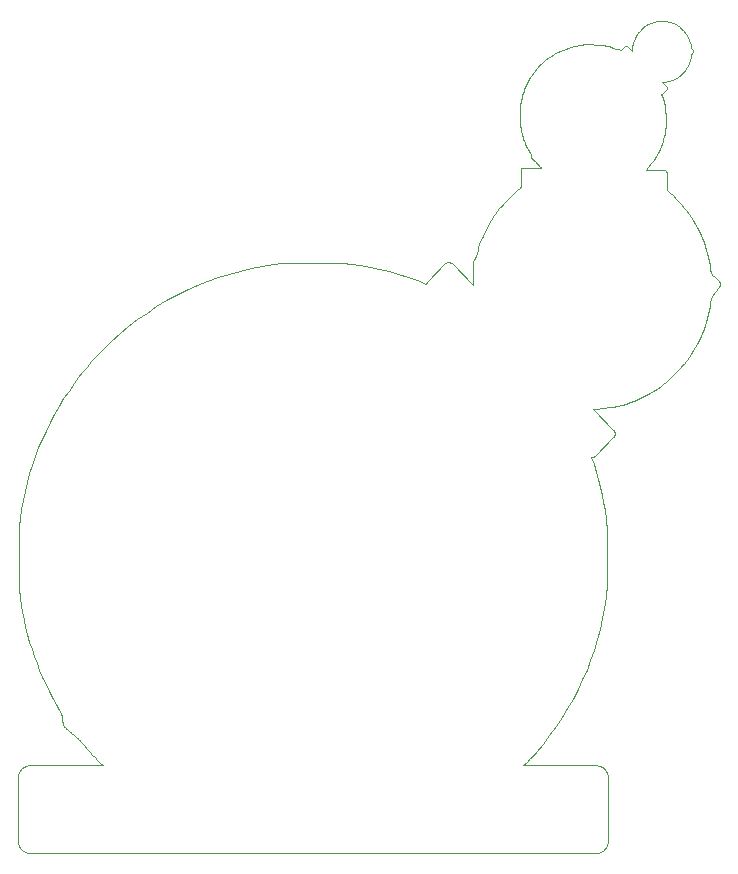
<source format=gbr>
%TF.GenerationSoftware,KiCad,Pcbnew,(6.0.9)*%
%TF.CreationDate,2023-05-26T18:18:51-07:00*%
%TF.ProjectId,DC31_Cnet_Badge_SAO,44433331-5f43-46e6-9574-5f4261646765,rev?*%
%TF.SameCoordinates,Original*%
%TF.FileFunction,Profile,NP*%
%FSLAX46Y46*%
G04 Gerber Fmt 4.6, Leading zero omitted, Abs format (unit mm)*
G04 Created by KiCad (PCBNEW (6.0.9)) date 2023-05-26 18:18:51*
%MOMM*%
%LPD*%
G01*
G04 APERTURE LIST*
%TA.AperFunction,Profile*%
%ADD10C,0.049645*%
%TD*%
G04 APERTURE END LIST*
D10*
X154586220Y-79525409D02*
X154554939Y-79524822D01*
X151462013Y-81628642D02*
X151457683Y-81631129D01*
X103652941Y-138098991D02*
X103670063Y-138138393D01*
X154897576Y-110105974D02*
X154936731Y-110071272D01*
X157958924Y-105943545D02*
X158079357Y-105632211D01*
X154715884Y-92142598D02*
X154703121Y-92142082D01*
X104194411Y-139525883D02*
X104263836Y-139588346D01*
X154493317Y-79524763D02*
X154493317Y-79524763D01*
X100142298Y-127849440D02*
X100165957Y-128091103D01*
X155945608Y-94818973D02*
X155745434Y-94612215D01*
X156364984Y-95259998D02*
X156251812Y-95139018D01*
X149776418Y-142968176D02*
X149746706Y-142930306D01*
X155372965Y-79675732D02*
X155281164Y-79643911D01*
X122700020Y-100041323D02*
X122385771Y-100054053D01*
X152077390Y-81524814D02*
X152075352Y-81528767D01*
X134579787Y-101749025D02*
X134575148Y-101757733D01*
X134570710Y-101766557D02*
X134566473Y-101775493D01*
X150560963Y-114508641D02*
X150562350Y-114488695D01*
X154856083Y-88625500D02*
X154862707Y-88564706D01*
X149667785Y-129235718D02*
X149803677Y-128337288D01*
X148642285Y-116467904D02*
X148666165Y-116465926D01*
X154776355Y-86644650D02*
X154742524Y-86488903D01*
X156849149Y-81118910D02*
X156816203Y-81041092D01*
X154777014Y-92154345D02*
X154765199Y-92150826D01*
X149896596Y-143177746D02*
X149876554Y-143133346D01*
X158734398Y-102968294D02*
X158734398Y-102968294D01*
X149854452Y-143090125D02*
X149830353Y-143048148D01*
X149594205Y-120292009D02*
X149462577Y-119643953D01*
X100354170Y-142824598D02*
X100318183Y-142858879D01*
X143412521Y-141965528D02*
X143542526Y-141827140D01*
X154085734Y-90934788D02*
X154194151Y-90739653D01*
X149834115Y-121842305D02*
X149803677Y-121596098D01*
X147864149Y-81533396D02*
X147834601Y-81536089D01*
X152030861Y-81768507D02*
X152030887Y-81784052D01*
X100554749Y-142683363D02*
X100512154Y-142707474D01*
X136663036Y-99999357D02*
X136645409Y-99990217D01*
X152089329Y-81488468D02*
X152089329Y-81488468D01*
X157133980Y-82233126D02*
X157133980Y-82233126D01*
X157062113Y-82334304D02*
X157071835Y-82318422D01*
X148901409Y-116353004D02*
X150444466Y-114763440D01*
X142830460Y-142565361D02*
X142830460Y-142565361D01*
X157179455Y-81997480D02*
X157170037Y-81987464D01*
X154805972Y-86801011D02*
X154776355Y-86644650D01*
X154728490Y-92143746D02*
X154715884Y-92142598D01*
X105384642Y-140586430D02*
X105522688Y-140746778D01*
X143988129Y-83523693D02*
X143894387Y-83632494D01*
X129828671Y-100365588D02*
X129014565Y-100219461D01*
X154846437Y-87078776D02*
X154839713Y-87018912D01*
X142271628Y-93861007D02*
X142227018Y-93902883D01*
X157688945Y-97310806D02*
X157537038Y-97007459D01*
X151541982Y-81622603D02*
X151537349Y-81621063D01*
X157218731Y-82101868D02*
X157218731Y-82101868D01*
X134605901Y-101707352D02*
X134600297Y-101715427D01*
X159334397Y-102116544D02*
X159354055Y-102087025D01*
X154810974Y-92168157D02*
X154799917Y-92163026D01*
X154474565Y-90133695D02*
X154552799Y-89925523D01*
X104559825Y-139835383D02*
X104633546Y-139892010D01*
X154631056Y-84703472D02*
X154668068Y-84702072D01*
X159465583Y-101830383D02*
X159471004Y-101805013D01*
X152029890Y-81748728D02*
X152030336Y-81754866D01*
X155640505Y-79792462D02*
X155552792Y-79750065D01*
X157104465Y-82271270D02*
X157118121Y-82253343D01*
X157023844Y-96129523D02*
X156833943Y-95848383D01*
X142557488Y-93623224D02*
X142532023Y-93641757D01*
X142607063Y-93581002D02*
X142608253Y-93585921D01*
X100101069Y-143184155D02*
X100083476Y-143229787D01*
X152019832Y-81970378D02*
X152018227Y-82032430D01*
X134558617Y-101793689D02*
X134558617Y-101793689D01*
X132230320Y-100962984D02*
X131437137Y-100737598D01*
X157096377Y-81914650D02*
X157084888Y-81903948D01*
X154547058Y-84704810D02*
X154590157Y-84704379D01*
X158646034Y-103361552D02*
X158656338Y-103289897D01*
X159475379Y-101758733D02*
X159475006Y-101747778D01*
X152529095Y-80546925D02*
X152529095Y-80546925D01*
X159474006Y-101736960D02*
X159472359Y-101726227D01*
X142567824Y-86586448D02*
X142542622Y-86774451D01*
X153181252Y-92119344D02*
X153181252Y-92119344D01*
X138535882Y-99912442D02*
X138532821Y-99928955D01*
X148797554Y-132755104D02*
X149063374Y-131888035D01*
X152937640Y-80114513D02*
X152925531Y-80126153D01*
X157032177Y-81854855D02*
X157021843Y-81776306D01*
X154591197Y-85703344D02*
X154595840Y-85699547D01*
X138753844Y-99595661D02*
X138744756Y-99611741D01*
X152022726Y-81695948D02*
X152025029Y-81715273D01*
X153985509Y-79586287D02*
X153909316Y-79605125D01*
X152075352Y-81528767D02*
X152073104Y-81532768D01*
X142227018Y-93902883D02*
X142178198Y-93949785D01*
X157052156Y-82351454D02*
X157062113Y-82334304D01*
X100598340Y-149878657D02*
X100643002Y-149898466D01*
X158079357Y-105632211D02*
X158190198Y-105316932D01*
X142604981Y-93571109D02*
X142605972Y-93576064D01*
X150244144Y-81742421D02*
X150035355Y-81685925D01*
X138570571Y-100481608D02*
X138572232Y-100506197D01*
X152070617Y-81536872D02*
X152067866Y-81541132D01*
X157084888Y-81903948D02*
X157084888Y-81903948D01*
X142581379Y-92209261D02*
X142601536Y-93546130D01*
X154226759Y-79543076D02*
X154183276Y-79549012D01*
X105673038Y-140926701D02*
X105812685Y-141092128D01*
X157199455Y-82144623D02*
X157203223Y-82138169D01*
X100554672Y-149856678D02*
X100598340Y-149878657D01*
X153518003Y-111060090D02*
X153834874Y-110871191D01*
X139291165Y-97949425D02*
X139193471Y-98196397D01*
X149975243Y-143567883D02*
X149973940Y-143516307D01*
X158700441Y-103064177D02*
X158711805Y-103024662D01*
X143523482Y-84127292D02*
X143419663Y-84287707D01*
X148689834Y-116462505D02*
X148713229Y-116457659D01*
X144006156Y-91618177D02*
X144046190Y-91663669D01*
X149954910Y-143365892D02*
X149943735Y-143317400D01*
X149896874Y-126878821D02*
X149901916Y-126382483D01*
X155012666Y-85232408D02*
X155012791Y-85227259D01*
X159382755Y-101569822D02*
X159356102Y-101538665D01*
X136393320Y-99958330D02*
X136373998Y-99962818D01*
X153007099Y-80054447D02*
X153007099Y-80054447D01*
X151559799Y-81631129D02*
X151555470Y-81628642D01*
X154832218Y-92179919D02*
X154821746Y-92173793D01*
X143632481Y-83969971D02*
X143523482Y-84127292D01*
X148713229Y-116457659D02*
X148736291Y-116451407D01*
X149876515Y-149406787D02*
X149896561Y-149362384D01*
X100101036Y-149355859D02*
X100120826Y-149400576D01*
X142527448Y-87413221D02*
X142530220Y-87607992D01*
X100976640Y-142566579D02*
X100927323Y-142570239D01*
X143515350Y-91134241D02*
X143517249Y-91137705D01*
X152022336Y-81914385D02*
X152020970Y-81941449D01*
X151513561Y-81616919D02*
X151508741Y-81616800D01*
X152083968Y-81508409D02*
X152082505Y-81512707D01*
X125003124Y-100024805D02*
X123587808Y-100027834D01*
X151484820Y-81619761D02*
X151480133Y-81621063D01*
X101026206Y-149974728D02*
X148974274Y-149974728D01*
X142660192Y-92026497D02*
X142651402Y-92034850D01*
X142594631Y-92125795D02*
X142591001Y-92137239D01*
X150458797Y-114189852D02*
X150444466Y-114174329D01*
X150045926Y-112264446D02*
X150412875Y-112201995D01*
X155012791Y-85227259D02*
X155012666Y-85222110D01*
X149493377Y-142710611D02*
X149451463Y-142686466D01*
X155010831Y-85206907D02*
X155009743Y-85201950D01*
X142532023Y-93641757D02*
X142519422Y-93651205D01*
X143429909Y-90816065D02*
X143429909Y-90816065D01*
X100166872Y-149486944D02*
X100193060Y-149528431D01*
X158474158Y-99559311D02*
X158392460Y-99226382D01*
X143553666Y-91180541D02*
X143567549Y-91194431D01*
X142567429Y-88442049D02*
X142592246Y-88595868D01*
X141920769Y-94207086D02*
X141740739Y-94391160D01*
X155012296Y-85216996D02*
X155011683Y-85211925D01*
X142692857Y-89060926D02*
X142734713Y-89216042D01*
X154873631Y-88264935D02*
X154873007Y-88142143D01*
X154916946Y-92264648D02*
X154910345Y-92254492D01*
X154537041Y-85723737D02*
X154542872Y-85723203D01*
X156568057Y-80600829D02*
X156518513Y-80532454D01*
X152088008Y-81493974D02*
X152086693Y-81499096D01*
X100196370Y-128337288D02*
X100196370Y-128337288D01*
X150555415Y-114389169D02*
X150551255Y-114369563D01*
X149975243Y-148972206D02*
X149975243Y-143567883D01*
X107045881Y-107487466D02*
X106629570Y-107924737D01*
X142063917Y-94062553D02*
X141920769Y-94207086D01*
X159110554Y-101281383D02*
X159058583Y-101230230D01*
X139744058Y-96980764D02*
X139622012Y-97218987D01*
X156050842Y-80054447D02*
X156050842Y-80054447D01*
X154983208Y-85153878D02*
X154547058Y-84704810D01*
X149776365Y-149571962D02*
X149804272Y-149532660D01*
X142727981Y-85845915D02*
X142679156Y-86029027D01*
X149573156Y-149775487D02*
X149610968Y-149745725D01*
X157963440Y-97932105D02*
X157831111Y-97619101D01*
X159209369Y-101380955D02*
X159161335Y-101332140D01*
X100142298Y-122084027D02*
X100124562Y-122348527D01*
X145957986Y-82056783D02*
X145745540Y-82159848D01*
X105971651Y-141273712D02*
X106147467Y-141469004D01*
X144090442Y-91712604D02*
X144138296Y-91764373D01*
X136472618Y-99950245D02*
X136472618Y-99950245D01*
X138734713Y-99628236D02*
X138723606Y-99645364D01*
X154713741Y-79531444D02*
X154617855Y-79526314D01*
X138530556Y-99950291D02*
X138529063Y-99975903D01*
X159449085Y-101887740D02*
X159449085Y-101887740D01*
X148037376Y-81525675D02*
X147996510Y-81526496D01*
X150525366Y-114293374D02*
X150516583Y-114275069D01*
X154856083Y-88625500D02*
X154856083Y-88625500D01*
X148823972Y-116412710D02*
X148844445Y-116399707D01*
X153411609Y-91877469D02*
X153435497Y-91850110D01*
X142525076Y-87135019D02*
X142525698Y-87257810D01*
X149904964Y-124966951D02*
X149904964Y-124966951D01*
X103612910Y-138018370D02*
X103633949Y-138059170D01*
X159161335Y-101332140D02*
X159110554Y-101281383D01*
X154967091Y-93795460D02*
X154968514Y-93789702D01*
X100068118Y-143276251D02*
X100055029Y-143323463D01*
X144189133Y-91818365D02*
X144242336Y-91873969D01*
X157225258Y-82069886D02*
X157225167Y-82067176D01*
X154884128Y-84679237D02*
X154975299Y-84663770D01*
X150555415Y-114548278D02*
X150558651Y-114528514D01*
X149824724Y-81636660D02*
X149612401Y-81594745D01*
X143492950Y-91002100D02*
X143492950Y-91002100D01*
X155009743Y-85252567D02*
X155010831Y-85247610D01*
X136317772Y-99981979D02*
X136299721Y-99990217D01*
X158856858Y-102758450D02*
X158897128Y-102696838D01*
X152089329Y-81488468D02*
X152088008Y-81493974D01*
X143716870Y-83855285D02*
X143632481Y-83969971D01*
X149963698Y-149124860D02*
X149970067Y-149074695D01*
X152023542Y-81602400D02*
X152022148Y-81604740D01*
X158689136Y-103110796D02*
X158700441Y-103064177D01*
X100083447Y-149310230D02*
X100101036Y-149355859D01*
X100035780Y-149120240D02*
X100044225Y-149168694D01*
X100055008Y-149216565D02*
X100068093Y-149263771D01*
X154998460Y-85280555D02*
X155000889Y-85276142D01*
X145537543Y-82270976D02*
X145334362Y-82390000D01*
X159253095Y-101426283D02*
X159209369Y-101380955D01*
X142506966Y-93660852D02*
X142427996Y-93724316D01*
X152184287Y-81181065D02*
X152161714Y-81242639D01*
X143709483Y-91316654D02*
X143727433Y-91329980D01*
X138872237Y-99187629D02*
X138810551Y-99433626D01*
X153469599Y-79766613D02*
X153399779Y-79801360D01*
X148974361Y-142565357D02*
X142830460Y-142565361D01*
X156994154Y-81606989D02*
X156976378Y-81523423D01*
X143744617Y-91342131D02*
X143744617Y-91342131D01*
X147002437Y-136926047D02*
X147422367Y-136116491D01*
X100193108Y-143011581D02*
X100166917Y-143053067D01*
X104766634Y-110191626D02*
X104766634Y-110191626D01*
X148758957Y-116443767D02*
X148781167Y-116434759D01*
X150035355Y-81685925D02*
X149824724Y-81636660D01*
X100782127Y-149944531D02*
X100829941Y-149955319D01*
X148844445Y-116399707D02*
X148864216Y-116385409D01*
X136336191Y-99974657D02*
X136317772Y-99981979D01*
X107192842Y-142565361D02*
X101026294Y-142565361D01*
X142601536Y-93546130D02*
X142601536Y-93546130D01*
X154139847Y-79555771D02*
X154139847Y-79555771D01*
X156782763Y-83261288D02*
X156817295Y-83186148D01*
X157537038Y-97007459D02*
X157375488Y-96709302D01*
X157216726Y-82042728D02*
X157214849Y-82039757D01*
X151449328Y-81636813D02*
X151445320Y-81640011D01*
X156089305Y-80086083D02*
X156070465Y-80070192D01*
X151057865Y-82038305D02*
X151057865Y-82038305D01*
X150450940Y-81806026D02*
X150244144Y-81742421D01*
X154525276Y-85723747D02*
X154531171Y-85723920D01*
X147422367Y-136116491D02*
X147812212Y-135293805D01*
X158697708Y-100894002D02*
X158697708Y-100894002D01*
X147773827Y-81542728D02*
X147538958Y-81575233D01*
X144577108Y-82941692D02*
X144403492Y-83097673D01*
X150546169Y-114350144D02*
X150540160Y-114330948D01*
X156050842Y-84175126D02*
X156070448Y-84159374D01*
X103480197Y-112155580D02*
X103093486Y-112832963D01*
X154554358Y-85721100D02*
X154559984Y-85719540D01*
X143727433Y-91329980D02*
X143744617Y-91342131D01*
X143514141Y-91131290D02*
X143514141Y-91131290D01*
X157224511Y-82061847D02*
X157223937Y-82059200D01*
X154957886Y-93823633D02*
X154957886Y-93823633D01*
X100193060Y-149528431D02*
X100221313Y-149568676D01*
X155154944Y-84622992D02*
X155243250Y-84597746D01*
X149612401Y-81594745D02*
X149398537Y-81560299D01*
X149973940Y-143516307D02*
X149970076Y-143465408D01*
X103800635Y-138808910D02*
X103822812Y-138966207D01*
X150516583Y-114275069D02*
X150506875Y-114257136D01*
X100792746Y-118573970D02*
X100607930Y-119322752D01*
X157221169Y-82051173D02*
X157219881Y-82048422D01*
X156472587Y-108493613D02*
X156543001Y-108410592D01*
X145565830Y-139267794D02*
X146073799Y-138502512D01*
X143480918Y-90931739D02*
X143483515Y-90943815D01*
X155733547Y-109272303D02*
X156136752Y-108855066D01*
X100287285Y-128957739D02*
X100396084Y-129581249D01*
X158382548Y-104675906D02*
X158463780Y-104350842D01*
X102728233Y-113520703D02*
X102384680Y-114218193D01*
X140862905Y-95304979D02*
X140776756Y-95401221D01*
X157035911Y-82384580D02*
X157038698Y-82376617D01*
X151491463Y-111935753D02*
X151842444Y-111821148D01*
X143804070Y-83742909D02*
X143716870Y-83855285D01*
X144242336Y-91873969D02*
X144297286Y-91930574D01*
X156954538Y-82794866D02*
X156974663Y-82714090D01*
X156160758Y-84075434D02*
X156196281Y-84039552D01*
X139193471Y-98196397D02*
X139102484Y-98444232D01*
X152026371Y-81724366D02*
X152027832Y-81732899D01*
X158656368Y-100576709D02*
X158656368Y-100576709D01*
X104773869Y-139992908D02*
X104812701Y-140020496D01*
X149830353Y-143048148D02*
X149804321Y-143007477D01*
X100283936Y-142894904D02*
X100251652Y-142932417D01*
X148691086Y-112367204D02*
X148864267Y-112365504D01*
X151466431Y-81626392D02*
X151462013Y-81628642D01*
X149224429Y-149943119D02*
X149271928Y-149929603D01*
X145136362Y-82516752D02*
X144943909Y-82651063D01*
X103842123Y-139087017D02*
X103849931Y-139128382D01*
X151551051Y-81626392D02*
X151546552Y-81624379D01*
X143131802Y-90269153D02*
X143201956Y-90410948D01*
X138666374Y-99724565D02*
X138666374Y-99724565D01*
X155733547Y-109272303D02*
X155733547Y-109272303D01*
X142567429Y-88442049D02*
X142567429Y-88442049D01*
X136231848Y-100032048D02*
X136216129Y-100044654D01*
X155006874Y-85262265D02*
X155008423Y-85257455D01*
X144138296Y-91764373D02*
X144189133Y-91818365D01*
X100026035Y-149021914D02*
X100029705Y-149071286D01*
X154388654Y-90338907D02*
X154474565Y-90133695D01*
X138794389Y-99495679D02*
X138788754Y-99513849D01*
X156745949Y-83335191D02*
X156782763Y-83261288D01*
X157092523Y-82287617D02*
X157104465Y-82271270D01*
X152660948Y-80396836D02*
X152626072Y-80433481D01*
X136758480Y-100072347D02*
X136758480Y-100072347D01*
X149462577Y-119643953D02*
X149313367Y-118999139D01*
X148545876Y-116461012D02*
X148569989Y-116464993D01*
X155078925Y-93936847D02*
X155015158Y-93876267D01*
X136354944Y-99968265D02*
X136336191Y-99974657D01*
X157223937Y-82059200D02*
X157223192Y-82056548D01*
X154600285Y-85695448D02*
X154983208Y-85300639D01*
X149224514Y-142596988D02*
X149176088Y-142585782D01*
X150562812Y-114468713D02*
X150562350Y-114448732D01*
X157009317Y-81691304D02*
X156994154Y-81606989D01*
X138554936Y-99877385D02*
X138545369Y-99891879D01*
X142542622Y-86774451D02*
X142536003Y-86835248D01*
X139505682Y-97460191D02*
X139395318Y-97703847D01*
X154493317Y-79524763D02*
X154447813Y-79525752D01*
X154942520Y-92319852D02*
X154938448Y-92308274D01*
X149363971Y-142644237D02*
X149318518Y-142626278D01*
X149715250Y-142893932D02*
X149682110Y-142859116D01*
X157007316Y-82550699D02*
X157019775Y-82468254D01*
X154402849Y-79527566D02*
X154358342Y-79530207D01*
X157121593Y-81938806D02*
X157108743Y-81926396D01*
X156974663Y-82714090D02*
X156992267Y-82632672D01*
X150560963Y-114428790D02*
X150558651Y-114408923D01*
X100309498Y-120834421D02*
X100196370Y-121596098D01*
X142313029Y-93823184D02*
X142271628Y-93861007D01*
X103868230Y-139179947D02*
X103890919Y-139213384D01*
X148545876Y-116461012D02*
X148545876Y-116461012D01*
X159290955Y-101466577D02*
X159290955Y-101466577D01*
X145745540Y-82159848D02*
X145537543Y-82270976D01*
X143871742Y-141462070D02*
X144464432Y-140748387D01*
X154868484Y-87791960D02*
X154868484Y-87791960D01*
X152061459Y-81550338D02*
X152053669Y-81560816D01*
X152028636Y-81737757D02*
X152029323Y-81743030D01*
X153969990Y-91126166D02*
X154085734Y-90934788D01*
X100024805Y-143567879D02*
X100024805Y-143567879D01*
X153194600Y-111236935D02*
X153518003Y-111060090D01*
X149028297Y-112362064D02*
X149176684Y-112356673D01*
X159325556Y-101504393D02*
X159290955Y-101466577D01*
X157214849Y-82039757D02*
X157212766Y-82036686D01*
X105142544Y-140321420D02*
X105199048Y-140380948D01*
X156849512Y-83109855D02*
X156879379Y-83032496D01*
X138941619Y-98940378D02*
X138872237Y-99187629D01*
X154974799Y-93742591D02*
X154974941Y-93736609D01*
X154963826Y-93806860D02*
X154965528Y-93801180D01*
X154975299Y-84663770D02*
X155065599Y-84645011D01*
X149975243Y-143567883D02*
X149975243Y-143567883D01*
X142591001Y-92137239D02*
X142587936Y-92148877D01*
X100196370Y-121596098D02*
X100196370Y-121596098D01*
X155825310Y-84333471D02*
X155902304Y-84283606D01*
X140582535Y-95643677D02*
X140582535Y-95643677D01*
X150496242Y-114698008D02*
X150506875Y-114680452D01*
X100103531Y-123054919D02*
X100098571Y-123551340D01*
X152025764Y-81867256D02*
X152023933Y-81889537D01*
X148691086Y-112367204D02*
X148691086Y-112367204D01*
X148781167Y-116434759D02*
X148802859Y-116424400D01*
X147305611Y-81617145D02*
X147074152Y-81668298D01*
X152025029Y-81715273D02*
X152026371Y-81724366D01*
X150496242Y-114239610D02*
X150484685Y-114222530D01*
X155015158Y-93876267D02*
X154957886Y-93823633D01*
X154974937Y-93730615D02*
X154974937Y-93730615D01*
X143599349Y-91224473D02*
X143616778Y-91240179D01*
X157203223Y-82138169D02*
X157206539Y-82132005D01*
X155065599Y-84645011D02*
X155154944Y-84622992D01*
X136728852Y-100044654D02*
X136713168Y-100032048D01*
X142599020Y-86399443D02*
X142567824Y-86586448D01*
X156933083Y-81358773D02*
X156907613Y-81277810D01*
X151576046Y-81643445D02*
X151572163Y-81640011D01*
X102639747Y-136260211D02*
X102926741Y-136816373D01*
X154542872Y-85723203D02*
X154548649Y-85722322D01*
X143871742Y-141462070D02*
X143871742Y-141462070D01*
X156431867Y-83796254D02*
X156459092Y-83767088D01*
X155973058Y-79995575D02*
X155892977Y-79939883D01*
X151503921Y-81616919D02*
X151499110Y-81617274D01*
X149126797Y-142576953D02*
X149076704Y-142570564D01*
X149857834Y-122084027D02*
X149834115Y-121842305D01*
X159043611Y-102496736D02*
X159107502Y-102415356D01*
X100098571Y-126382483D02*
X100111917Y-127270576D01*
X136713168Y-100032048D02*
X136696948Y-100020287D01*
X154992969Y-85165507D02*
X154989916Y-85161481D01*
X153197456Y-79918503D02*
X153132594Y-79961763D01*
X152320930Y-80879064D02*
X152290636Y-80938244D01*
X136532349Y-99954814D02*
X136512598Y-99952285D01*
X157225167Y-82067176D02*
X157224919Y-82064501D01*
X157170037Y-81987464D02*
X157159152Y-81976208D01*
X157212766Y-82036686D02*
X157207959Y-82030188D01*
X138565707Y-100437596D02*
X138568396Y-100458759D01*
X100446766Y-120076437D02*
X100309498Y-120834421D01*
X151489550Y-81618695D02*
X151484820Y-81619761D01*
X139102484Y-98444232D02*
X139018451Y-98692402D01*
X147834601Y-81536089D02*
X147773827Y-81542728D01*
X154983208Y-85300639D02*
X154986661Y-85296915D01*
X140004311Y-96515380D02*
X139871573Y-96746052D01*
X151480133Y-81621063D02*
X151475501Y-81622603D01*
X142801299Y-91965668D02*
X142789202Y-91966987D01*
X156858991Y-107983708D02*
X157042677Y-107709561D01*
X154358342Y-79530207D02*
X154314211Y-79533672D01*
X149803677Y-128337288D02*
X149834116Y-128091103D01*
X143531147Y-91156132D02*
X143541450Y-91167700D01*
X153847007Y-91313586D02*
X153969990Y-91126166D01*
X152987493Y-80070202D02*
X152978117Y-80078018D01*
X119739338Y-100455286D02*
X118801704Y-100676133D01*
X107932333Y-106617684D02*
X107479714Y-107052254D01*
X142651402Y-92034850D02*
X142651402Y-92034850D01*
X100976553Y-149973505D02*
X101026206Y-149974728D01*
X154548649Y-85722322D02*
X154554358Y-85721100D01*
X142602023Y-93551148D02*
X142602611Y-93556156D01*
X152079243Y-81520855D02*
X152077390Y-81524814D01*
X157375488Y-96709302D02*
X157204392Y-96416577D01*
X142679156Y-86029027D02*
X142636150Y-86213586D01*
X143522999Y-91146060D02*
X143531147Y-91156132D01*
X149707991Y-120942869D02*
X149594205Y-120292009D01*
X136216129Y-100044654D02*
X136200977Y-100058092D01*
X154978088Y-110033492D02*
X155022651Y-109991662D01*
X100825127Y-131456792D02*
X101000799Y-132079197D01*
X152018227Y-82032430D02*
X152017498Y-82097734D01*
X154995819Y-85284847D02*
X154998460Y-85280555D01*
X157195168Y-82151474D02*
X157199455Y-82144623D01*
X142519422Y-93651205D02*
X142506966Y-93660852D01*
X154910345Y-92254492D02*
X154903287Y-92244668D01*
X154559984Y-85719540D02*
X154565513Y-85717647D01*
X159312099Y-102148505D02*
X159334397Y-102116544D01*
X103633949Y-138059170D02*
X103652941Y-138098991D01*
X156706887Y-83407772D02*
X156745949Y-83335191D01*
X138666374Y-99724565D02*
X138622412Y-99783198D01*
X104773869Y-139992908D02*
X104773869Y-139992908D01*
X149146833Y-118358001D02*
X148963233Y-117720977D01*
X154740921Y-92145511D02*
X154728490Y-92143746D01*
X100029714Y-143468770D02*
X100026040Y-143518155D01*
X149804272Y-149532660D02*
X149830307Y-149491988D01*
X142777238Y-91968896D02*
X142765427Y-91971386D01*
X142830179Y-89524427D02*
X142883550Y-89677034D01*
X152053669Y-81560816D02*
X152053669Y-81560816D01*
X152017498Y-82097734D02*
X151579796Y-81647116D01*
X154821746Y-92173793D02*
X154810974Y-92168157D01*
X142582216Y-92184749D02*
X142581494Y-92196959D01*
X151445320Y-81640011D02*
X151441436Y-81643445D01*
X157829038Y-106250592D02*
X157958924Y-105943545D01*
X152104616Y-81427344D02*
X152089329Y-81488468D01*
X157206539Y-82132005D02*
X157209472Y-82126027D01*
X138528296Y-100037774D02*
X138530326Y-100110199D01*
X106629570Y-107924737D02*
X106229519Y-108365485D01*
X159386541Y-102033610D02*
X159399917Y-102008864D01*
X148037376Y-81525675D02*
X148037376Y-81525675D01*
X102926741Y-136816373D02*
X103225548Y-137358250D01*
X138532898Y-101255980D02*
X138528291Y-101372610D01*
X155451624Y-94310417D02*
X155236479Y-94092201D01*
X154447668Y-110457757D02*
X154742912Y-110233484D01*
X149352550Y-81554626D02*
X149297821Y-81549729D01*
X155005100Y-85266988D02*
X155006874Y-85262265D01*
X157084888Y-81903948D02*
X157032177Y-81854855D01*
X158534864Y-104023201D02*
X158595662Y-103693323D01*
X100166917Y-143053067D02*
X100142823Y-143095712D01*
X159458222Y-101857815D02*
X159465583Y-101830383D01*
X157218731Y-82101868D02*
X157220997Y-82094437D01*
X100318121Y-149681141D02*
X100318121Y-149681141D01*
X138572232Y-100506197D02*
X138573378Y-100532582D01*
X154062373Y-79569827D02*
X153985509Y-79586287D01*
X133015353Y-101214294D02*
X132230320Y-100962984D01*
X156050842Y-84175126D02*
X156050842Y-84175126D01*
X154862707Y-88564706D02*
X154867667Y-88504993D01*
X154933839Y-92296948D02*
X154928708Y-92285892D01*
X155508645Y-109503670D02*
X155733547Y-109272303D01*
X143773610Y-141574016D02*
X143871742Y-141462070D01*
X106337663Y-141675555D02*
X106539769Y-141890916D01*
X134562442Y-101784538D02*
X134558617Y-101793689D01*
X142352222Y-93788442D02*
X142313029Y-93823184D01*
X149914484Y-149316863D02*
X149930223Y-149270287D01*
X109379601Y-105363437D02*
X108642769Y-105976507D01*
X154493317Y-79524763D02*
X154493317Y-79524763D01*
X136186424Y-100072347D02*
X136186424Y-100072347D01*
X100083476Y-143229787D02*
X100068118Y-143276251D01*
X152455089Y-80652393D02*
X152419725Y-80707291D01*
X157071835Y-82318422D02*
X157081809Y-82303097D01*
X153355206Y-91939285D02*
X153384721Y-91907308D01*
X134584624Y-101740437D02*
X134579787Y-101749025D01*
X156136752Y-108855066D02*
X156277011Y-108707589D01*
X154662597Y-86179586D02*
X154616691Y-86026185D01*
X151135982Y-112037517D02*
X151491463Y-111935753D01*
X149063374Y-131888035D02*
X149297265Y-131011905D01*
X101763654Y-115640001D02*
X101486668Y-116363108D01*
X149896561Y-149362384D02*
X149914484Y-149316863D01*
X104812701Y-140020496D02*
X104853423Y-140051744D01*
X149803677Y-121596098D02*
X149803677Y-121596098D01*
X143488332Y-90970684D02*
X143492950Y-91002100D01*
X149313367Y-118999139D02*
X149146833Y-118358001D01*
X154617855Y-79526314D02*
X154617855Y-79526314D01*
X152025764Y-81867256D02*
X152025764Y-81867256D01*
X138583876Y-99836078D02*
X138554936Y-99877385D01*
X154519371Y-85723215D02*
X154525276Y-85723747D01*
X138551240Y-100347109D02*
X138556632Y-100383724D01*
X111733599Y-103699903D02*
X110926502Y-104224430D01*
X142592246Y-88595868D02*
X142621503Y-88750508D01*
X154965528Y-93801180D02*
X154967091Y-93795460D01*
X149901916Y-126382483D02*
X149904339Y-125754285D01*
X156931926Y-82874916D02*
X156954538Y-82794866D01*
X154873021Y-88361847D02*
X154873631Y-88264935D01*
X155584423Y-84465163D02*
X155666285Y-84424282D01*
X149149423Y-81541774D02*
X149049399Y-81538472D01*
X158711805Y-103024662D02*
X158723149Y-102992589D01*
X102384680Y-114218193D02*
X102063073Y-114924828D01*
X152021184Y-81607506D02*
X152020424Y-81611601D01*
X152082505Y-81512707D02*
X152080939Y-81516838D01*
X149176684Y-112356673D02*
X149242981Y-112353179D01*
X154986661Y-85157602D02*
X154983208Y-85153878D01*
X143057351Y-84957297D02*
X142980304Y-85130929D01*
X103723462Y-138302979D02*
X103733938Y-138348665D01*
X142530220Y-87607992D02*
X142536178Y-87958161D01*
X143810666Y-91398199D02*
X143823638Y-91411023D01*
X156743005Y-80889022D02*
X156702800Y-80814891D01*
X152020970Y-81941449D02*
X152019832Y-81970378D01*
X150562350Y-114448732D02*
X150560963Y-114428790D01*
X156498063Y-83722701D02*
X156513546Y-83703358D01*
X100142782Y-149444298D02*
X100166872Y-149486944D01*
X154139847Y-79555771D02*
X154062373Y-79569827D01*
X155463560Y-79711136D02*
X155372965Y-79675732D01*
X106229519Y-108365485D02*
X105844462Y-108811130D01*
X149498858Y-130127528D02*
X149667785Y-129235718D01*
X138560629Y-100859915D02*
X138552170Y-100957048D01*
X136571205Y-99962818D02*
X136551895Y-99958330D01*
X138574012Y-100560817D02*
X138573739Y-100623058D01*
X142595691Y-93595426D02*
X142583013Y-93604771D01*
X150655592Y-81876622D02*
X150450940Y-81806026D01*
X102063073Y-114924828D02*
X101763654Y-115640001D01*
X151475501Y-81622603D02*
X151470930Y-81624379D01*
X157041477Y-82370584D02*
X157041477Y-82370584D01*
X156879627Y-81197836D02*
X156849149Y-81118910D01*
X155071424Y-109944808D02*
X155185610Y-109832135D01*
X154581374Y-85710015D02*
X154586370Y-85706835D01*
X152017498Y-82097734D02*
X152017498Y-82097734D01*
X100044242Y-143371341D02*
X100035793Y-143419805D01*
X156388808Y-80388001D02*
X156347125Y-80344624D01*
X154595840Y-85699547D02*
X154600285Y-85695448D01*
X134623825Y-101683968D02*
X134617668Y-101691620D01*
X140706343Y-95484244D02*
X140644119Y-95562308D01*
X136373998Y-99962818D02*
X136354944Y-99968265D01*
X142608832Y-92092827D02*
X142603554Y-92103569D01*
X149297821Y-81549729D02*
X149231171Y-81545485D01*
X104940900Y-140125602D02*
X104987838Y-140168402D01*
X143894387Y-83632494D02*
X143804070Y-83742909D01*
X143464209Y-90879415D02*
X143468200Y-90889268D01*
X125003124Y-100024805D02*
X125003124Y-100024805D01*
X142558986Y-88381038D02*
X142567429Y-88442049D01*
X154576222Y-85712880D02*
X154581374Y-85710015D01*
X100318183Y-142858879D02*
X100283936Y-142894904D01*
X157030367Y-82405965D02*
X157033130Y-82394390D01*
X153263647Y-79877331D02*
X153197456Y-79918503D01*
X142542682Y-88177884D02*
X142546928Y-88255707D01*
X142789202Y-91966987D02*
X142777238Y-91968896D01*
X100512154Y-142707474D02*
X100470717Y-142733687D01*
X157041477Y-82370584D02*
X157052156Y-82351454D01*
X153612450Y-79703728D02*
X153540510Y-79734061D01*
X144085603Y-83416159D02*
X143988129Y-83523693D01*
X158656338Y-103289897D02*
X158667007Y-103223993D01*
X104317015Y-110834305D02*
X103888121Y-111489158D01*
X136551895Y-99958330D02*
X136532349Y-99954814D01*
X152234373Y-81058696D02*
X152208527Y-81119707D01*
X152022148Y-81604740D02*
X152022148Y-81604740D01*
X100735061Y-142608623D02*
X100688657Y-142623984D01*
X152121817Y-81365910D02*
X152104616Y-81427344D01*
X149888392Y-122663069D02*
X149875653Y-122348527D01*
X152861659Y-80190024D02*
X152816970Y-80235730D01*
X138697768Y-99682390D02*
X138666374Y-99724565D01*
X136627379Y-99981979D02*
X136608980Y-99974657D01*
X121634338Y-100126090D02*
X120684045Y-100271703D01*
X100096205Y-124179596D02*
X100095601Y-124966951D01*
X142427996Y-93724316D02*
X142390211Y-93755810D01*
X129014565Y-100219461D02*
X128194660Y-100100252D01*
X143468200Y-90889268D02*
X143471821Y-90899288D01*
X155416414Y-84537709D02*
X155501104Y-84502983D01*
X149242981Y-112353179D02*
X149302933Y-112349117D01*
X154616691Y-86026185D02*
X154566951Y-85873735D01*
X103225548Y-137358250D02*
X103535702Y-137884510D01*
X156196281Y-84039552D02*
X156240970Y-83993845D01*
X147925803Y-81529197D02*
X147894268Y-81531103D01*
X149076704Y-142570564D02*
X149025871Y-142566678D01*
X152085355Y-81503890D02*
X152083968Y-81508409D01*
X100878425Y-142576307D02*
X100830027Y-142584750D01*
X138541993Y-100269235D02*
X138551240Y-100347109D01*
X138528291Y-101372610D02*
X138521720Y-101622712D01*
X100068093Y-149263771D02*
X100083447Y-149310230D01*
X151518373Y-81617274D02*
X151513561Y-81616919D01*
X151523166Y-81617866D02*
X151518373Y-81617274D01*
X154989916Y-85293036D02*
X154992969Y-85289010D01*
X138545369Y-99891879D02*
X138539764Y-99901298D01*
X152948704Y-80104122D02*
X152937640Y-80114513D01*
X158646034Y-103361552D02*
X158646034Y-103361552D01*
X142731115Y-91982267D02*
X142720119Y-91987003D01*
X142621503Y-88750508D02*
X142655080Y-88905638D01*
X101854316Y-134519365D02*
X102103068Y-135110374D01*
X143632481Y-83969971D02*
X143632481Y-83969971D01*
X142585445Y-92160688D02*
X142583536Y-92172652D01*
X105473139Y-109263089D02*
X105114283Y-109722782D01*
X120684045Y-100271703D02*
X119739338Y-100455286D01*
X157040089Y-82373355D02*
X157041477Y-82370584D01*
X157108743Y-81926396D02*
X157096377Y-81914650D01*
X138528318Y-100005247D02*
X138528296Y-100037774D01*
X142608253Y-93585921D02*
X142608253Y-93585921D01*
X156296822Y-83936380D02*
X156396993Y-83832817D01*
X142842854Y-85484630D02*
X142782566Y-85664400D01*
X142581379Y-92209261D02*
X142581379Y-92209261D01*
X155006874Y-85192252D02*
X155005100Y-85187529D01*
X142603301Y-93561153D02*
X142604091Y-93566138D01*
X151579796Y-81647116D02*
X151579796Y-81647116D01*
X154552799Y-89925523D02*
X154623268Y-89714591D01*
X154270378Y-79537962D02*
X154226759Y-79543076D01*
X157033130Y-82394390D02*
X157035911Y-82384580D01*
X150562350Y-114488695D02*
X150562812Y-114468713D01*
X156543001Y-108410592D02*
X156605230Y-108332533D01*
X155726545Y-79838269D02*
X155640505Y-79792462D01*
X154974084Y-93754508D02*
X154974514Y-93748558D01*
X158911133Y-101089856D02*
X158697708Y-100894002D01*
X154788592Y-92158417D02*
X154777014Y-92154345D01*
X154699505Y-84700159D02*
X154699505Y-84700159D01*
X154183276Y-79549012D02*
X154139847Y-79555771D01*
X155328675Y-109687685D02*
X155508645Y-109503670D01*
X158734398Y-102968294D02*
X158777444Y-102891301D01*
X159474324Y-101781273D02*
X159475145Y-101769880D01*
X146394764Y-81875517D02*
X146174516Y-81961950D01*
X148864216Y-116385409D02*
X148883225Y-116369835D01*
X153540510Y-79734061D02*
X153469599Y-79766613D01*
X156605230Y-108332533D02*
X156666824Y-108251176D01*
X158198203Y-98571273D02*
X158085837Y-98249576D01*
X142980304Y-85130929D02*
X142908786Y-85306757D01*
X159440986Y-101648922D02*
X159433425Y-101636921D01*
X154948989Y-92343703D02*
X154946039Y-92331667D01*
X155003104Y-85182900D02*
X155000889Y-85178375D01*
X138538404Y-101146884D02*
X138532898Y-101255980D01*
X158777444Y-102891301D02*
X158817614Y-102822312D01*
X136590244Y-99968265D02*
X136571205Y-99962818D01*
X150444466Y-114174329D02*
X150444466Y-114174329D01*
X100688657Y-142623984D02*
X100643083Y-142641584D01*
X100688575Y-149916070D02*
X100734977Y-149931437D01*
X156297340Y-80293194D02*
X156196632Y-80189930D01*
X148171605Y-134458803D02*
X148500175Y-133612297D01*
X156451420Y-80454406D02*
X156423276Y-80424279D01*
X147074152Y-81668298D02*
X146844948Y-81728523D01*
X144187116Y-83309542D02*
X144085603Y-83416159D01*
X156459092Y-83767088D02*
X156480534Y-83743257D01*
X148802859Y-116424400D02*
X148823972Y-116412710D01*
X100665473Y-130832109D02*
X100825127Y-131456792D01*
X143000962Y-89977418D02*
X143064764Y-90124533D01*
X103778064Y-138632267D02*
X103778064Y-138632267D01*
X103535702Y-137884510D02*
X103535702Y-137884510D01*
X157038698Y-82376617D02*
X157040089Y-82373355D01*
X155012296Y-85237522D02*
X155012666Y-85232408D01*
X157159152Y-81976208D02*
X157147189Y-81964092D01*
X157384052Y-107142594D02*
X157541463Y-106850459D01*
X154753163Y-92147876D02*
X154740921Y-92145511D01*
X100251597Y-149607598D02*
X100283877Y-149645114D01*
X149025783Y-149973412D02*
X149076617Y-149969530D01*
X100643002Y-149898466D02*
X100688575Y-149916070D01*
X150472203Y-114731757D02*
X150484685Y-114715122D01*
X155012791Y-85227259D02*
X155012791Y-85227259D01*
X154971938Y-93772228D02*
X154972796Y-93766346D01*
X149857835Y-127849440D02*
X149875654Y-127585023D01*
X157154713Y-82206767D02*
X157171458Y-82184932D01*
X155011683Y-85211925D02*
X155010831Y-85206907D01*
X136472618Y-99950245D02*
X136452558Y-99950757D01*
X157032177Y-81854855D02*
X157032177Y-81854855D01*
X151555470Y-81628642D02*
X151551051Y-81626392D01*
X103856095Y-139154198D02*
X103856095Y-139154198D01*
X150558651Y-114528514D02*
X150560963Y-114508641D01*
X143775250Y-91365831D02*
X143786494Y-91375626D01*
X152161714Y-81242639D02*
X152140870Y-81304298D01*
X154957886Y-93823633D02*
X154960004Y-93818089D01*
X134600297Y-101715427D02*
X134594881Y-101723635D01*
X143542526Y-141827140D02*
X143663380Y-141696171D01*
X159431865Y-101937369D02*
X159449085Y-101887740D01*
X153132594Y-79961763D02*
X153069122Y-80007087D01*
X152140870Y-81304298D02*
X152121817Y-81365910D01*
X105037030Y-140215241D02*
X105088568Y-140266216D01*
X151579796Y-81647116D02*
X151576046Y-81643445D01*
X136758480Y-100072347D02*
X136743967Y-100058092D01*
X149493302Y-149829516D02*
X149533913Y-149803438D01*
X142536178Y-87958161D02*
X142542682Y-88177884D01*
X152188587Y-111693832D02*
X152529553Y-111553937D01*
X149904339Y-125754285D02*
X149904964Y-124966951D01*
X153384721Y-91907308D02*
X153411609Y-91877469D01*
X153909316Y-79605125D02*
X153833854Y-79626314D01*
X153579673Y-91675758D02*
X153716873Y-91496850D01*
X157222824Y-82087631D02*
X157224170Y-82081343D01*
X154954268Y-92380982D02*
X154953119Y-92368377D01*
X143351129Y-90684736D02*
X143429909Y-90816065D01*
X149297265Y-131011905D02*
X149498858Y-130127528D01*
X142678881Y-92011276D02*
X142669359Y-92018636D01*
X149231171Y-81545485D02*
X149149423Y-81541774D01*
X142813508Y-91964946D02*
X142801299Y-91965668D01*
X147538958Y-81575233D02*
X147305611Y-81617145D01*
X154995819Y-85169670D02*
X154992969Y-85165507D01*
X100165957Y-128091103D02*
X100196370Y-128337288D01*
X152064822Y-81545603D02*
X152061459Y-81550338D01*
X122121588Y-100071874D02*
X121880201Y-100095611D01*
X149049399Y-81538472D02*
X148927920Y-81535459D01*
X159107502Y-102415356D02*
X159191013Y-102309269D01*
X154862524Y-87441791D02*
X154856013Y-87222067D01*
X138782815Y-99531126D02*
X138776462Y-99547728D01*
X156480534Y-83743257D02*
X156498063Y-83722701D01*
X157021843Y-81776306D02*
X157009317Y-81691304D01*
X143499169Y-91045844D02*
X143505222Y-91084767D01*
X142734713Y-89216042D02*
X142780527Y-89370653D01*
X149746650Y-149609832D02*
X149776365Y-149571962D01*
X156132409Y-84103424D02*
X156160758Y-84075434D01*
X100829941Y-149955319D02*
X100878338Y-149963767D01*
X150551255Y-114369563D02*
X150546169Y-114350144D01*
X105258171Y-140444896D02*
X105320006Y-140513359D01*
X149272012Y-142610508D02*
X149224514Y-142596988D01*
X156634785Y-95573397D02*
X156587625Y-95512932D01*
X157224919Y-82064501D02*
X157224511Y-82061847D01*
X154868484Y-87791960D02*
X154862524Y-87441791D01*
X157217744Y-107429076D02*
X157384052Y-107142594D01*
X159058583Y-101230230D02*
X159006984Y-101180228D01*
X156089248Y-84143461D02*
X156098969Y-84134841D01*
X147959601Y-81527666D02*
X147925803Y-81529197D01*
X100782212Y-142595533D02*
X100735061Y-142608623D01*
X151057865Y-82038305D02*
X150857951Y-81954088D01*
X106147467Y-141469004D02*
X106337663Y-141675555D01*
X103890919Y-139213384D02*
X103923193Y-139253625D01*
X143616778Y-91240179D02*
X143634902Y-91256044D01*
X151572163Y-81640011D02*
X151568155Y-81636813D01*
X143567549Y-91194431D02*
X143582858Y-91209150D01*
X158291308Y-104998050D02*
X158382548Y-104675906D01*
X148901409Y-116353004D02*
X148901409Y-116353004D01*
X138567045Y-100772166D02*
X138560629Y-100859915D01*
X151537349Y-81621063D02*
X151532663Y-81619761D01*
X154953119Y-92368377D02*
X154951354Y-92355945D01*
X136200977Y-100058092D02*
X136186424Y-100072347D01*
X138776462Y-99547728D02*
X138769589Y-99563872D01*
X157222271Y-82053877D02*
X157221169Y-82051173D01*
X100354105Y-149715425D02*
X100391575Y-149747743D01*
X157223192Y-82056548D02*
X157222271Y-82053877D01*
X100878338Y-149963767D02*
X100927236Y-149969840D01*
X142655080Y-88905638D02*
X142692857Y-89060926D01*
X142605972Y-93576064D02*
X142607063Y-93581002D01*
X152559877Y-80507305D02*
X152544396Y-80526708D01*
X138529063Y-99975903D02*
X138528318Y-100005247D01*
X142636150Y-86213586D02*
X142599020Y-86399443D01*
X152019493Y-81623236D02*
X152019310Y-81630508D01*
X138799827Y-99476397D02*
X138794389Y-99495679D01*
X142525689Y-87038107D02*
X142525076Y-87135019D01*
X159258482Y-102221452D02*
X159312099Y-102148505D01*
X143866364Y-91455924D02*
X143898245Y-91491446D01*
X142688738Y-92004425D02*
X142678881Y-92011276D01*
X103670063Y-138138393D02*
X103685497Y-138177934D01*
X153007099Y-80054447D02*
X152987493Y-80070202D01*
X152761120Y-80293194D02*
X152761120Y-80293194D01*
X158656368Y-100576709D02*
X158606209Y-100234716D01*
X153069122Y-80007087D02*
X153007099Y-80054447D01*
X159411748Y-101984858D02*
X159422306Y-101961169D01*
X158911133Y-101089856D02*
X158911133Y-101089856D01*
X149803677Y-121596098D02*
X149707991Y-120942869D01*
X143201956Y-90410948D02*
X143275105Y-90549586D01*
X152029323Y-81743030D02*
X152029890Y-81748728D01*
X123587808Y-100027834D02*
X122700020Y-100041323D01*
X149854410Y-149450010D02*
X149876515Y-149406787D01*
X110141340Y-104779176D02*
X109379601Y-105363437D01*
X156906861Y-82954154D02*
X156931926Y-82874916D01*
X155094564Y-79591247D02*
X155000078Y-79570519D01*
X154867667Y-88504993D02*
X154871069Y-88439620D01*
X149451386Y-149853658D02*
X149493302Y-149829516D01*
X153254620Y-92044647D02*
X153323436Y-91973061D01*
X103964084Y-139299784D02*
X104012620Y-139350974D01*
X103743624Y-138397283D02*
X103752700Y-138449394D01*
X152865004Y-111401594D02*
X153194600Y-111236935D01*
X142643049Y-92043640D02*
X142635189Y-92052807D01*
X152020424Y-81611601D02*
X152019862Y-81616889D01*
X156513546Y-83703358D02*
X156528851Y-83683167D01*
X149803677Y-128337288D02*
X149803677Y-128337288D01*
X154842373Y-92186519D02*
X154832218Y-92179919D01*
X152080939Y-81516838D02*
X152079243Y-81520855D01*
X100142823Y-143095712D02*
X100120863Y-143139436D01*
X154859620Y-110138573D02*
X154897576Y-110105974D01*
X156132594Y-80126069D02*
X156109351Y-80104062D01*
X154972796Y-93766346D02*
X154973511Y-93760438D01*
X100283877Y-149645114D02*
X100318121Y-149681141D01*
X154523982Y-79524594D02*
X154493317Y-79524763D01*
X101026206Y-149974728D02*
X101026206Y-149974728D01*
X100196370Y-128337288D02*
X100287285Y-128957739D01*
X148569989Y-116464993D02*
X148594136Y-116467456D01*
X143505222Y-91084767D02*
X143510437Y-91114654D01*
X103712017Y-138259668D02*
X103723462Y-138302979D01*
X103589642Y-137976032D02*
X103612910Y-138018370D01*
X144464432Y-140748387D02*
X145029251Y-140016691D01*
X147773827Y-81542728D02*
X147773827Y-81542728D01*
X148257270Y-81525459D02*
X148134355Y-81524976D01*
X156622159Y-83548625D02*
X156665612Y-83478945D01*
X100024805Y-148972206D02*
X100026035Y-149021914D01*
X100098571Y-123551340D02*
X100096205Y-124179596D01*
X112561146Y-103206300D02*
X111733599Y-103699903D01*
X154703121Y-92142082D02*
X153181252Y-92119344D01*
X117872629Y-100933541D02*
X116953598Y-101226804D01*
X156050842Y-80054447D02*
X155973058Y-79995575D01*
X156277011Y-108707589D02*
X156386440Y-108589859D01*
X142583013Y-93604771D02*
X142557488Y-93623224D01*
X150776339Y-112126308D02*
X151135982Y-112037517D01*
X152925531Y-80126153D02*
X152897181Y-80154143D01*
X152019816Y-81656516D02*
X152020972Y-81676003D01*
X143970959Y-91576741D02*
X144006156Y-91618177D01*
X156474127Y-80479337D02*
X156451420Y-80454406D01*
X149647351Y-142825921D02*
X149611036Y-142794410D01*
X106969829Y-142338268D02*
X107192842Y-142565361D01*
X152053669Y-81560816D02*
X152042732Y-81575372D01*
X154852197Y-92193578D02*
X154842373Y-92186519D01*
X104705217Y-139944814D02*
X104773869Y-139992908D01*
X157219881Y-82048422D02*
X157218402Y-82045611D01*
X151532663Y-81619761D02*
X151527932Y-81618695D01*
X143541450Y-91167700D02*
X143553666Y-91180541D01*
X126785599Y-100033147D02*
X126295133Y-100028311D01*
X158957314Y-101132921D02*
X158911133Y-101089856D01*
X103685497Y-138177934D02*
X103699421Y-138218173D01*
X154314211Y-79533672D02*
X154270378Y-79537962D01*
X142627829Y-92062329D02*
X142620977Y-92072187D01*
X156634785Y-95573397D02*
X156634785Y-95573397D01*
X154590157Y-84704379D02*
X154631056Y-84703472D01*
X138521720Y-101622712D02*
X138518578Y-101885673D01*
X143823638Y-91411023D02*
X143837230Y-91424903D01*
X142583536Y-92172652D02*
X142582216Y-92184749D01*
X159107502Y-102415356D02*
X159107502Y-102415356D01*
X155012666Y-85222110D02*
X155012296Y-85216996D01*
X134636675Y-101669112D02*
X134630161Y-101676464D01*
X118801704Y-100676133D02*
X117872629Y-100933541D01*
X149834116Y-128091103D02*
X149857835Y-127849440D01*
X143851465Y-91439862D02*
X143866364Y-91455924D01*
X138573739Y-100623058D02*
X138571416Y-100693361D01*
X158300443Y-98896956D02*
X158198203Y-98571273D01*
X143764537Y-91356999D02*
X143775250Y-91365831D01*
X141515812Y-94622550D02*
X141515812Y-94622550D01*
X153435497Y-91850110D02*
X153435497Y-91850110D01*
X152030660Y-81761455D02*
X152030861Y-81768507D01*
X103093486Y-112832963D02*
X102728233Y-113520703D01*
X136743967Y-100058092D02*
X136728852Y-100044654D01*
X152023933Y-81889537D02*
X152022336Y-81914385D01*
X101619246Y-133919409D02*
X101854316Y-134519365D01*
X154936731Y-110071272D02*
X154978088Y-110033492D01*
X148864267Y-112365504D02*
X149028297Y-112362064D01*
X128194660Y-100100252D02*
X128194660Y-100100252D01*
X156529319Y-95443108D02*
X156456295Y-95360079D01*
X148974361Y-142565357D02*
X148974361Y-142565357D01*
X145334362Y-82390000D02*
X145136362Y-82516752D01*
X142506966Y-93660852D02*
X142506966Y-93660852D01*
X142178198Y-93949785D02*
X142063917Y-94062553D01*
X136282069Y-99999357D02*
X136264851Y-100009385D01*
X141112601Y-95039782D02*
X140972337Y-95187253D01*
X100024805Y-148972206D02*
X100024805Y-148972206D01*
X156240970Y-83993845D02*
X156296822Y-83936380D01*
X156992267Y-82632672D02*
X157007316Y-82550699D01*
X154968514Y-93789702D02*
X154969796Y-93783909D01*
X156816203Y-81041092D02*
X156780814Y-80964443D01*
X143786494Y-91375626D02*
X143798292Y-91386408D01*
X142669359Y-92018636D02*
X142660192Y-92026497D01*
X155902304Y-84283606D02*
X155977510Y-84230814D01*
X104633546Y-139892010D02*
X104705217Y-139944814D01*
X105088568Y-140266216D02*
X105142544Y-140321420D01*
X138810551Y-99433626D02*
X138810551Y-99433626D01*
X153716873Y-91496850D02*
X153847007Y-91313586D01*
X154704573Y-86333853D02*
X154662597Y-86179586D01*
X152067866Y-81541132D02*
X152064822Y-81545603D01*
X152529553Y-111553937D02*
X152865004Y-111401594D01*
X155000078Y-79570519D02*
X154905008Y-79553605D01*
X150540160Y-114330948D02*
X150533225Y-114312013D01*
X157195643Y-82015394D02*
X157188053Y-82006881D01*
X138544823Y-101046759D02*
X138538404Y-101146884D01*
X138539764Y-99901298D02*
X138539764Y-99901298D01*
X103699421Y-138218173D02*
X103712017Y-138259668D01*
X143798292Y-91386408D02*
X143810666Y-91398199D01*
X156109237Y-84125456D02*
X156120300Y-84115064D01*
X153834874Y-110871191D02*
X154144875Y-110670370D01*
X107932333Y-106617684D02*
X107932333Y-106617684D01*
X159472937Y-101792966D02*
X159474324Y-101781273D01*
X144757369Y-82792766D02*
X144577108Y-82941692D01*
X154600285Y-85695448D02*
X154600285Y-85695448D01*
X151568155Y-81636813D02*
X151564031Y-81633853D01*
X101192021Y-132697991D02*
X101398326Y-133311840D01*
X154954784Y-92393746D02*
X154954268Y-92380982D01*
X156665612Y-83478945D02*
X156706887Y-83407772D01*
X100026040Y-143518155D02*
X100024805Y-143567879D01*
X139395318Y-97703847D02*
X139291165Y-97949425D01*
X159405678Y-101598296D02*
X159382755Y-101569822D01*
X142782566Y-85664400D02*
X142727981Y-85845915D01*
X148607887Y-81529810D02*
X148257270Y-81525459D01*
X101232359Y-117093543D02*
X101000970Y-117830699D01*
X154742912Y-110233484D02*
X154742912Y-110233484D01*
X149875653Y-122348527D02*
X149857834Y-122084027D01*
X131437137Y-100737598D02*
X130636391Y-100538383D01*
X154809510Y-79540560D02*
X154713741Y-79531444D01*
X156251812Y-95139018D02*
X156113211Y-94993292D01*
X155281164Y-79643911D02*
X155188312Y-79615730D01*
X153323436Y-91973061D02*
X153355206Y-91939285D01*
X148974274Y-149974728D02*
X149025783Y-149973412D01*
X143471821Y-90899288D02*
X143475117Y-90909614D01*
X142542622Y-86774451D02*
X142542622Y-86774451D01*
X148762828Y-117088502D02*
X148545876Y-116461012D01*
X152029393Y-81821251D02*
X152027851Y-81843103D01*
X154566951Y-85873735D02*
X154513470Y-85722319D01*
X143837230Y-91424903D02*
X143851465Y-91439862D01*
X104067833Y-139406312D02*
X104128753Y-139464909D01*
X151453452Y-81633853D02*
X151449328Y-81636813D01*
X138723606Y-99645364D02*
X138711327Y-99663343D01*
X149682048Y-149681021D02*
X149715190Y-149646206D01*
X105320006Y-140513359D02*
X105384642Y-140586430D01*
X149804321Y-143007477D02*
X149776418Y-142968176D01*
X140142024Y-96289277D02*
X140004311Y-96515380D01*
X104766634Y-110191626D02*
X104317015Y-110834305D01*
X149746706Y-142930306D02*
X149715250Y-142893932D01*
X142742346Y-91978080D02*
X142731115Y-91982267D01*
X154821860Y-110170042D02*
X154859620Y-110138573D01*
X150558651Y-114408923D02*
X150555415Y-114389169D01*
X143227798Y-84617214D02*
X143139869Y-84786008D01*
X154765199Y-92150826D02*
X154753163Y-92147876D01*
X142780527Y-89370653D02*
X142830179Y-89524427D01*
X154938448Y-92308274D02*
X154933839Y-92296948D01*
X152352584Y-80820758D02*
X152320930Y-80879064D01*
X155000889Y-85276142D02*
X155003104Y-85271617D01*
X100927323Y-142570239D02*
X100878425Y-142576307D01*
X127189445Y-100040441D02*
X126785599Y-100033147D01*
X154969796Y-93783909D02*
X154970938Y-93778084D01*
X156666824Y-108251176D02*
X156858991Y-107983708D01*
X154799917Y-92163026D02*
X154788592Y-92158417D01*
X156833943Y-95848383D02*
X156634785Y-95573397D01*
X100029705Y-149071286D02*
X100035780Y-149120240D01*
X143475117Y-90909614D02*
X143478134Y-90920385D01*
X157118121Y-82253343D02*
X157133980Y-82233126D01*
X154792169Y-84691377D02*
X154884128Y-84679237D01*
X154856013Y-87222067D02*
X154851765Y-87144243D01*
X141740739Y-94391160D02*
X141515812Y-94622550D01*
X103888121Y-111489158D02*
X103480197Y-112155580D01*
X140431383Y-95852896D02*
X140284463Y-96068272D01*
X116953598Y-101226804D02*
X116046100Y-101555219D01*
X154923072Y-92275119D02*
X154916946Y-92264648D01*
X157207959Y-82030188D02*
X157202265Y-82023127D01*
X152544396Y-80526708D02*
X152529095Y-80546925D01*
X143933051Y-91531657D02*
X143970959Y-91576741D01*
X156347125Y-80344624D02*
X156297340Y-80293194D01*
X155009743Y-85201950D02*
X155008423Y-85197062D01*
X155330435Y-84569308D02*
X155416414Y-84537709D01*
X150444466Y-114763440D02*
X150458797Y-114747875D01*
X156587625Y-95512932D02*
X156529319Y-95443108D01*
X100111917Y-122663069D02*
X100103531Y-123054919D01*
X157218402Y-82045611D02*
X157216726Y-82042728D01*
X143898245Y-91491446D02*
X143933051Y-91531657D01*
X134643364Y-101661914D02*
X134636675Y-101669112D01*
X153331108Y-79838275D02*
X153263647Y-79877331D01*
X159399917Y-102008864D02*
X159411748Y-101984858D01*
X157042677Y-107709561D02*
X157217744Y-107429076D01*
X149025871Y-142566678D02*
X148974361Y-142565357D01*
X151494317Y-81617866D02*
X151489550Y-81618695D01*
X103822812Y-138966207D02*
X103842123Y-139087017D01*
X154295153Y-90540959D02*
X154388654Y-90338907D01*
X105522688Y-140746778D02*
X105673038Y-140926701D01*
X100095601Y-124966951D02*
X100098571Y-126382483D01*
X156576560Y-83616727D02*
X156622159Y-83548625D01*
X110926502Y-104224430D02*
X110141340Y-104779176D01*
X100927236Y-149969840D02*
X100976553Y-149973505D01*
X155188312Y-79615730D02*
X155094564Y-79591247D01*
X157147189Y-81964092D02*
X157134539Y-81951498D01*
X142765427Y-91971386D02*
X142753789Y-91974450D01*
X104012620Y-139350974D02*
X104067833Y-139406312D01*
X100522303Y-130206483D02*
X100665473Y-130832109D01*
X100044225Y-149168694D02*
X100055008Y-149216565D01*
X134643364Y-101661914D02*
X134643364Y-101661914D01*
X100095601Y-124966951D02*
X100095601Y-124966951D01*
X155005100Y-85187529D02*
X155003104Y-85182900D01*
X154961984Y-93812497D02*
X154963826Y-93806860D01*
X156518513Y-80532454D02*
X156518513Y-80532454D01*
X100470717Y-142733687D02*
X100430519Y-142761968D01*
X100124562Y-122348527D02*
X100111917Y-122663069D01*
X138805179Y-99455785D02*
X138799827Y-99476397D01*
X148618255Y-116468421D02*
X148642285Y-116467904D01*
X101000970Y-117830699D02*
X100792746Y-118573970D01*
X154531171Y-85723920D02*
X154537041Y-85723737D01*
X103733938Y-138348665D02*
X103743624Y-138397283D01*
X142651402Y-92034850D02*
X142643049Y-92043640D01*
X150412875Y-112201995D02*
X150776339Y-112126308D01*
X136264851Y-100009385D02*
X136248100Y-100020287D01*
X154992969Y-85289010D02*
X154995819Y-85284847D01*
X102103068Y-135110374D02*
X102365034Y-135691100D01*
X143510437Y-91114654D02*
X143512520Y-91124892D01*
X159290955Y-101466577D02*
X159253095Y-101426283D01*
X154565513Y-85717647D02*
X154570931Y-85715426D01*
X158463780Y-104350842D02*
X158534864Y-104023201D01*
X142604091Y-93566138D02*
X142604981Y-93571109D01*
X154861674Y-92201079D02*
X154852197Y-92193578D01*
X150444466Y-114174329D02*
X148691086Y-112367204D01*
X100430448Y-149778062D02*
X100470644Y-149806347D01*
X154554939Y-79524822D02*
X154523982Y-79524594D01*
X134575148Y-101757733D02*
X134570710Y-101766557D01*
X142698910Y-91998090D02*
X142688738Y-92004425D01*
X100470644Y-149806347D02*
X100512079Y-149832563D01*
X157202265Y-82023127D02*
X157195643Y-82015394D01*
X156956013Y-81440664D02*
X156933083Y-81358773D01*
X159425034Y-101624519D02*
X159405678Y-101598296D01*
X149888394Y-127270576D02*
X149896874Y-126878821D01*
X142390211Y-93755810D02*
X142352222Y-93788442D01*
X143691012Y-91302374D02*
X143709483Y-91316654D01*
X156297340Y-80293194D02*
X156297340Y-80293194D01*
X149533986Y-142736692D02*
X149493377Y-142710611D01*
X156615302Y-80670734D02*
X156568057Y-80600829D01*
X100512079Y-149832563D02*
X100554672Y-149856678D01*
X154623268Y-89714591D02*
X154685885Y-89501097D01*
X154787213Y-89067224D02*
X154825749Y-88847244D01*
X150857951Y-81954088D02*
X150655592Y-81876622D01*
X148594136Y-116467456D02*
X148618255Y-116468421D01*
X159354055Y-102087025D02*
X159371345Y-102059522D01*
X136696948Y-100020287D02*
X136680227Y-100009385D01*
X152025925Y-81598795D02*
X152023542Y-81602400D01*
X154871069Y-88439620D02*
X154873021Y-88361847D01*
X140284463Y-96068272D02*
X140142024Y-96289277D01*
X150533225Y-114312013D02*
X150525366Y-114293374D01*
X142536003Y-86835248D02*
X142531046Y-86894962D01*
X154998460Y-85173962D02*
X154995819Y-85169670D01*
X149176002Y-149954321D02*
X149224429Y-149943119D01*
X100830027Y-142584750D02*
X100782212Y-142595533D01*
X134630161Y-101676464D02*
X134623825Y-101683968D01*
X146552791Y-137721659D02*
X147002437Y-136926047D01*
X138556632Y-100383724D02*
X138562504Y-100418062D01*
X156528851Y-83683167D02*
X156528851Y-83683167D01*
X154742912Y-110233484D02*
X154821860Y-110170042D01*
X142602611Y-93556156D02*
X142603301Y-93561153D01*
X136412876Y-99954814D02*
X136393320Y-99958330D01*
X142614642Y-92082359D02*
X142608832Y-92092827D01*
X148736291Y-116451407D02*
X148758957Y-116443767D01*
X156518513Y-80532454D02*
X156506785Y-80517409D01*
X157212089Y-82120129D02*
X157214459Y-82114206D01*
X154954784Y-92393746D02*
X154954784Y-92393746D01*
X156660225Y-80742108D02*
X156615302Y-80670734D01*
X154740563Y-89285242D02*
X154787213Y-89067224D01*
X156879379Y-83032496D02*
X156906861Y-82954154D01*
X144943909Y-82651063D02*
X144757369Y-82792766D01*
X156506785Y-80517409D02*
X156492285Y-80500020D01*
X143443620Y-90838911D02*
X143449552Y-90849478D01*
X157224650Y-82078359D02*
X157224995Y-82075464D01*
X154983208Y-85300639D02*
X154983208Y-85300639D01*
X158723149Y-102992589D02*
X158728790Y-102979448D01*
X143478134Y-90920385D02*
X143480918Y-90931739D01*
X154946039Y-92331667D02*
X154942520Y-92319852D01*
X155010831Y-85247610D02*
X155011683Y-85242592D01*
X138788754Y-99513849D02*
X138782815Y-99531126D01*
X159453696Y-101671937D02*
X159447736Y-101660576D01*
X152022148Y-81604740D02*
X152021184Y-81607506D01*
X136186424Y-100072347D02*
X134643364Y-101661914D01*
X154974941Y-93736609D02*
X154974937Y-93730615D01*
X143064764Y-90124533D02*
X143131802Y-90269153D01*
X105114283Y-109722782D02*
X104766634Y-110191626D01*
X156079824Y-84151558D02*
X156089248Y-84143461D01*
X154887858Y-92226078D02*
X154879520Y-92217345D01*
X143419663Y-84287707D02*
X143321082Y-84451064D01*
X155003104Y-85271617D02*
X155005100Y-85266988D01*
X158940375Y-102634600D02*
X158988553Y-102568858D01*
X154989916Y-85161481D02*
X154986661Y-85157602D01*
X105199048Y-140380948D02*
X105258171Y-140444896D01*
X149975243Y-148972206D02*
X149975243Y-148972206D01*
X159463328Y-101693994D02*
X159458887Y-101683058D01*
X151564031Y-81633853D02*
X151559799Y-81631129D01*
X154831280Y-86957902D02*
X154805972Y-86801011D01*
X159356102Y-101538665D02*
X159325556Y-101504393D01*
X152027832Y-81732899D02*
X152028636Y-81737757D01*
X140776756Y-95401221D02*
X140706343Y-95484244D01*
X149126711Y-149963146D02*
X149176002Y-149954321D01*
X103752700Y-138449394D02*
X103761345Y-138505556D01*
X154974937Y-93730615D02*
X154954784Y-92393746D01*
X158085837Y-98249576D02*
X157963440Y-97932105D01*
X105673038Y-140926701D02*
X105673038Y-140926701D01*
X149408228Y-149875801D02*
X149451386Y-149853658D01*
X154586370Y-85706835D02*
X154591197Y-85703344D01*
X158606209Y-100234716D02*
X158545440Y-99895503D01*
X154194151Y-90739653D02*
X154295153Y-90540959D01*
X127788480Y-100063615D02*
X127519471Y-100050496D01*
X149970076Y-143465408D02*
X149963711Y-143415249D01*
X153759183Y-79649829D02*
X153685361Y-79675642D01*
X149363890Y-149895881D02*
X149408228Y-149875801D01*
X147894268Y-81531103D02*
X147864149Y-81533396D01*
X149611036Y-142794410D02*
X149573226Y-142764646D01*
X159191013Y-102309269D02*
X159258482Y-102221452D01*
X154839713Y-87018912D02*
X154831280Y-86957902D01*
X144353367Y-91987569D02*
X144353367Y-91987569D01*
X154699505Y-84700159D02*
X154792169Y-84691377D01*
X157027637Y-82419221D02*
X157030367Y-82405965D01*
X150506875Y-114257136D02*
X150496242Y-114239610D01*
X101026294Y-142565361D02*
X101026294Y-142565361D01*
X149076617Y-149969530D02*
X149126711Y-149963146D01*
X152027851Y-81843103D02*
X152025764Y-81867256D01*
X149973936Y-149023789D02*
X149975243Y-148972206D01*
X150484685Y-114222530D02*
X150472203Y-114205932D01*
X142720119Y-91987003D02*
X142709377Y-91992280D01*
X158817614Y-102822312D02*
X158856858Y-102758450D01*
X149682110Y-142859116D02*
X149647351Y-142825921D01*
X154983208Y-85153878D02*
X154983208Y-85153878D01*
X136645409Y-99990217D02*
X136627379Y-99981979D01*
X152385536Y-80763457D02*
X152352584Y-80820758D01*
X144403492Y-83097673D02*
X144292977Y-83203497D01*
X143653478Y-91271847D02*
X143672262Y-91287365D01*
X152290636Y-80938244D02*
X152261763Y-80998165D01*
X142908786Y-85306757D02*
X142842854Y-85484630D01*
X138552170Y-100957048D02*
X138544823Y-101046759D01*
X149408307Y-142664321D02*
X149363971Y-142644237D01*
X126295133Y-100028311D02*
X125003124Y-100024805D01*
X138534956Y-100188809D02*
X138541993Y-100269235D01*
X142940517Y-89828142D02*
X143000962Y-89977418D01*
X152019310Y-81630508D02*
X152019307Y-81638568D01*
X154970938Y-93778084D02*
X154971938Y-93772228D01*
X156070448Y-84159374D02*
X156079824Y-84151558D01*
X157024953Y-82434076D02*
X157027637Y-82419221D01*
X149830307Y-149491988D02*
X149854410Y-149450010D01*
X157179455Y-81997480D02*
X157179455Y-81997480D01*
X142825809Y-91964831D02*
X142825809Y-91964831D01*
X147996510Y-81526496D02*
X147959601Y-81527666D01*
X138530326Y-100110199D02*
X138534956Y-100188809D01*
X159470044Y-101715524D02*
X159467040Y-101704798D01*
X154974514Y-93748558D02*
X154974799Y-93742591D01*
X148927920Y-81535459D02*
X148607887Y-81529810D01*
X133791648Y-101491279D02*
X133015353Y-101214294D01*
X154928708Y-92285892D02*
X154923072Y-92275119D01*
X143663380Y-141696171D02*
X143773610Y-141574016D01*
X149930249Y-143269836D02*
X149914515Y-143223264D01*
X157190293Y-82158824D02*
X157195168Y-82151474D01*
X142530220Y-87607992D02*
X142530220Y-87607992D01*
X155810754Y-79887429D02*
X155726545Y-79838269D01*
X156120300Y-84115064D02*
X156132409Y-84103424D01*
X149271928Y-149929603D02*
X149318436Y-149913836D01*
X152958971Y-80094737D02*
X152948704Y-80104122D01*
X149176088Y-142585782D02*
X149126797Y-142576953D01*
X154144875Y-110670370D02*
X154447668Y-110457757D01*
X138571416Y-100693361D02*
X138567045Y-100772166D01*
X142709377Y-91992280D02*
X142698910Y-91998090D01*
X155008423Y-85197062D02*
X155006874Y-85192252D01*
X158988553Y-102568858D02*
X159043611Y-102496736D01*
X100391642Y-142792283D02*
X100354170Y-142824598D01*
X152419725Y-80707291D02*
X152385536Y-80763457D01*
X103923193Y-139253625D02*
X103964084Y-139299784D01*
X150533225Y-114625499D02*
X150540160Y-114606543D01*
X103860782Y-139166056D02*
X103868230Y-139179947D01*
X151470930Y-81624379D02*
X151466431Y-81626392D01*
X136452558Y-99950757D02*
X136432633Y-99952285D01*
X153181252Y-92119344D02*
X153254620Y-92044647D01*
X159371345Y-102059522D02*
X159386541Y-102033610D01*
X146844948Y-81728523D02*
X146618363Y-81797652D01*
X100318121Y-149681141D02*
X100354105Y-149715425D01*
X158545440Y-99895503D02*
X158474158Y-99559311D01*
X143437087Y-90827819D02*
X143443620Y-90838911D01*
X156492285Y-80500020D02*
X156474127Y-80479337D01*
X159422306Y-101961169D02*
X159431865Y-101937369D01*
X158677966Y-103164181D02*
X158689136Y-103110796D01*
X157204392Y-96416577D02*
X157023844Y-96129523D01*
X150540160Y-114606543D02*
X150546169Y-114587330D01*
X156396993Y-83832817D02*
X156431867Y-83796254D01*
X136608980Y-99974657D02*
X136590244Y-99968265D01*
X152968693Y-80086116D02*
X152958971Y-80094737D01*
X151437687Y-81647116D02*
X151437687Y-81647116D01*
X142883550Y-89677034D02*
X142940517Y-89828142D01*
X142527644Y-86960335D02*
X142525689Y-87038107D01*
X150444466Y-114763440D02*
X150444466Y-114763440D01*
X159447736Y-101660576D02*
X159440986Y-101648922D01*
X100111917Y-127270576D02*
X100124562Y-127585023D01*
X104987838Y-140168402D02*
X105037030Y-140215241D01*
X149451463Y-142686466D02*
X149408307Y-142664321D01*
X157019775Y-82468254D02*
X157019775Y-82468254D01*
X104485024Y-139775817D02*
X104559825Y-139835383D01*
X100734977Y-149931437D02*
X100782127Y-149944531D01*
X138532821Y-99928955D02*
X138530556Y-99950291D01*
X155008423Y-85257455D02*
X155009743Y-85252567D01*
X149573226Y-142764646D02*
X149533986Y-142736692D01*
X142546928Y-88255707D02*
X142552257Y-88321175D01*
X152816970Y-80235730D02*
X152761120Y-80293194D01*
X154951354Y-92355945D02*
X154948989Y-92343703D01*
X141515812Y-94622550D02*
X141112601Y-95039782D01*
X144046190Y-91663669D02*
X144090442Y-91712604D01*
X115151619Y-101918081D02*
X114271642Y-102314685D01*
X159472359Y-101726227D02*
X159470044Y-101715524D01*
X100055029Y-143323463D02*
X100044242Y-143371341D01*
X143492950Y-91002100D02*
X143499169Y-91045844D01*
X143634902Y-91256044D02*
X143653478Y-91271847D01*
X158897128Y-102696838D02*
X158940375Y-102634600D01*
X105844462Y-108811130D02*
X105473139Y-109263089D01*
X100221313Y-149568676D02*
X100251597Y-149607598D01*
X153833854Y-79626314D02*
X153759183Y-79649829D01*
X156070465Y-80070192D02*
X156050842Y-80054447D01*
X157541463Y-106850459D02*
X157689838Y-106553011D01*
X136299721Y-99990217D02*
X136282069Y-99999357D01*
X152030401Y-81801600D02*
X152029393Y-81821251D01*
X142603554Y-92103569D02*
X142598818Y-92114565D01*
X148963233Y-117720977D02*
X148762828Y-117088502D01*
X142635189Y-92052807D02*
X142627829Y-92062329D01*
X101398326Y-133311840D02*
X101619246Y-133919409D01*
X154668068Y-84702072D02*
X154699505Y-84700159D01*
X150472203Y-114205932D02*
X150458797Y-114189852D01*
X158190198Y-105316932D02*
X158291308Y-104998050D01*
X157134539Y-81951498D02*
X157121593Y-81938806D01*
X156666824Y-108251176D02*
X156666824Y-108251176D01*
X143449552Y-90849478D02*
X143454931Y-90859658D01*
X146073799Y-138502512D02*
X146552791Y-137721659D01*
X157188053Y-82006881D02*
X157179455Y-81997480D01*
X159475145Y-101769880D02*
X159475379Y-101758733D01*
X156702800Y-80814891D02*
X156660225Y-80742108D01*
X138518578Y-101885673D02*
X136758480Y-100072347D01*
X154685885Y-89501097D02*
X154740563Y-89285242D01*
X155022651Y-109991662D02*
X155071424Y-109944808D01*
X157081809Y-82303097D02*
X157092523Y-82287617D01*
X156386440Y-108589859D02*
X156472587Y-108493613D01*
X155185610Y-109832135D02*
X155328675Y-109687685D01*
X152261763Y-80998165D02*
X152234373Y-81058696D01*
X138810551Y-99433626D02*
X138805179Y-99455785D01*
X149610968Y-149745725D02*
X149647286Y-149714215D01*
X121880201Y-100095611D02*
X121634338Y-100126090D01*
X143485971Y-90956750D02*
X143488332Y-90970684D01*
X150506875Y-114680452D02*
X150516583Y-114662490D01*
X157184761Y-82166781D02*
X157190293Y-82158824D01*
X156423276Y-80424279D02*
X156388808Y-80388001D01*
X136680227Y-100009385D02*
X136663036Y-99999357D01*
X143512520Y-91124892D02*
X143514141Y-91131290D01*
X156098969Y-84134841D02*
X156109237Y-84125456D01*
X143754334Y-91349106D02*
X143764537Y-91356999D01*
X136432633Y-99952285D02*
X136412876Y-99954814D01*
X140972337Y-95187253D02*
X140862905Y-95304979D01*
X154870786Y-92209006D02*
X154861674Y-92201079D01*
X152529095Y-80546925D02*
X152491566Y-80598894D01*
X149954892Y-149174223D02*
X149963698Y-149124860D01*
X156907613Y-81277810D02*
X156879627Y-81197836D01*
X140644119Y-95562308D02*
X140582535Y-95643677D01*
X156817295Y-83186148D02*
X156849512Y-83109855D01*
X103856095Y-139154198D02*
X103860782Y-139166056D01*
X142825809Y-91964831D02*
X142813508Y-91964946D01*
X144353367Y-91987569D02*
X142825809Y-91964831D01*
X155243250Y-84597746D02*
X155330435Y-84569308D01*
X139018451Y-98692402D02*
X138941619Y-98940378D01*
X143321082Y-84451064D02*
X143227798Y-84617214D01*
X158697708Y-100894002D02*
X158656368Y-100576709D01*
X107479714Y-107052254D02*
X107045881Y-107487466D01*
X136492677Y-99950757D02*
X136472618Y-99950245D01*
X157021843Y-81776306D02*
X157021843Y-81776306D01*
X155501104Y-84502983D02*
X155584423Y-84465163D01*
X107192842Y-142565361D02*
X107192842Y-142565361D01*
X104128753Y-139464909D02*
X104194411Y-139525883D01*
X100196370Y-121596098D02*
X100165957Y-121842305D01*
X105812685Y-141092128D02*
X105971651Y-141273712D01*
X138769589Y-99563872D02*
X138762086Y-99579777D01*
X156528851Y-83683167D02*
X156576560Y-83616727D01*
X114271642Y-102314685D02*
X113407656Y-102744326D01*
X156296822Y-83936380D02*
X156296822Y-83936380D01*
X140582535Y-95643677D02*
X140431383Y-95852896D01*
X143139869Y-84786008D02*
X143057351Y-84957297D01*
X152030887Y-81784052D02*
X152030401Y-81801600D01*
X100024805Y-143567879D02*
X100024805Y-148972206D01*
X149943713Y-149222720D02*
X149954892Y-149174223D01*
X138711327Y-99663343D02*
X138697768Y-99682390D01*
X152577405Y-80486666D02*
X152559877Y-80507305D01*
X159475006Y-101747778D02*
X159474006Y-101736960D01*
X158595662Y-103693323D02*
X158646034Y-103361552D01*
X149875654Y-127585023D02*
X149888394Y-127270576D01*
X154905008Y-79553605D02*
X154809510Y-79540560D01*
X149675833Y-112313531D02*
X150045926Y-112264446D01*
X156109351Y-80104062D02*
X156089305Y-80086083D01*
X104263836Y-139588346D02*
X104336060Y-139651413D01*
X148883225Y-116369835D02*
X148901409Y-116353004D01*
X143483515Y-90943815D02*
X143485971Y-90956750D01*
X154825749Y-88847244D02*
X154856083Y-88625500D01*
X151842444Y-111821148D02*
X152188587Y-111693832D01*
X152086693Y-81499096D02*
X152085355Y-81503890D01*
X143582858Y-91209150D02*
X143599349Y-91224473D01*
X149963711Y-143415249D02*
X149954910Y-143365892D01*
X149318518Y-142626278D02*
X149272012Y-142610508D01*
X149302933Y-112349117D02*
X149675833Y-112313531D01*
X144297286Y-91930574D02*
X144353367Y-91987569D01*
X143970959Y-91576741D02*
X143970959Y-91576741D01*
X157214459Y-82114206D02*
X157218731Y-82101868D01*
X149533913Y-149803438D02*
X149573156Y-149775487D01*
X138539764Y-99901298D02*
X138535882Y-99912442D01*
X138622412Y-99783198D02*
X138583876Y-99836078D01*
X100120863Y-143139436D02*
X100101069Y-143184155D01*
X152491566Y-80598894D02*
X152455089Y-80652393D01*
X100120826Y-149400576D02*
X100142782Y-149444298D01*
X136512598Y-99952285D02*
X136492677Y-99950757D01*
X149398537Y-81560299D02*
X149352550Y-81554626D01*
X155236479Y-94092201D02*
X155078925Y-93936847D01*
X142581494Y-92196959D02*
X142581379Y-92209261D01*
X104853423Y-140051744D02*
X104896125Y-140086748D01*
X138562504Y-100418062D02*
X138565707Y-100437596D01*
X130636391Y-100538383D02*
X129828671Y-100365588D01*
X134611692Y-101699416D02*
X134605901Y-101707352D01*
X156780814Y-80964443D02*
X156743005Y-80889022D01*
X154447813Y-79525752D02*
X154402849Y-79527566D01*
X153685361Y-79675642D02*
X153612450Y-79703728D01*
X139871573Y-96746052D02*
X139744058Y-96980764D01*
X134558617Y-101793689D02*
X133791648Y-101491279D01*
X159433425Y-101636921D02*
X159425034Y-101624519D01*
X134617668Y-101691620D02*
X134611692Y-101699416D01*
X157689838Y-106553011D02*
X157829038Y-106250592D01*
X154973511Y-93760438D02*
X154974084Y-93754508D01*
X100165957Y-121842305D02*
X100142298Y-122084027D01*
X155000889Y-85178375D02*
X154998460Y-85173962D01*
X100318183Y-142858879D02*
X100318183Y-142858879D01*
X154986661Y-85296915D02*
X154989916Y-85293036D01*
X100643083Y-142641584D02*
X100598419Y-142661389D01*
X157220997Y-82094437D02*
X157222824Y-82087631D01*
X143459801Y-90869591D02*
X143464209Y-90879415D01*
X104410112Y-139714198D02*
X104485024Y-139775817D01*
X157209472Y-82126027D02*
X157212089Y-82120129D01*
X151546552Y-81624379D02*
X151541982Y-81622603D01*
X142598818Y-92114565D02*
X142594631Y-92125795D01*
X152020972Y-81676003D02*
X152022726Y-81695948D01*
X142753789Y-91974450D02*
X142742346Y-91978080D01*
X101026294Y-142565361D02*
X100976640Y-142566579D01*
X151441436Y-81643445D02*
X151437687Y-81647116D01*
X154703121Y-92142082D02*
X154703121Y-92142082D01*
X148607887Y-81529810D02*
X148607887Y-81529810D01*
X157224170Y-82081343D02*
X157224650Y-82078359D01*
X156196632Y-80189930D02*
X156161024Y-80154044D01*
X151499110Y-81617274D02*
X151494317Y-81617866D01*
X149904964Y-124966951D02*
X149901915Y-123551340D01*
X153399779Y-79801360D02*
X153331108Y-79838275D01*
X134594881Y-101723635D02*
X134589655Y-101731973D01*
X100396084Y-129581249D02*
X100522303Y-130206483D01*
X156976378Y-81523423D02*
X156956013Y-81440664D01*
X100221365Y-142971337D02*
X100193108Y-143011581D01*
X151437687Y-81647116D02*
X151057865Y-82038305D01*
X138568396Y-100458759D02*
X138570571Y-100481608D01*
X148974274Y-149974728D02*
X148974274Y-149974728D01*
X154513470Y-85722319D02*
X154513470Y-85722319D01*
X104336060Y-139651413D02*
X104410112Y-139714198D01*
X154831280Y-86957902D02*
X154831280Y-86957902D01*
X121634338Y-100126090D02*
X121634338Y-100126090D01*
X116046100Y-101555219D02*
X115151619Y-101918081D01*
X159449085Y-101887740D02*
X159458222Y-101857815D01*
X143130953Y-142258978D02*
X143412521Y-141965528D01*
X159458887Y-101683058D02*
X159453696Y-101671937D01*
X155746609Y-84380374D02*
X155825310Y-84333471D01*
X108642769Y-105976507D02*
X107932333Y-106617684D01*
X152030336Y-81754866D02*
X152030660Y-81761455D01*
X158728790Y-102979448D02*
X158734398Y-102968294D01*
X158667007Y-103223993D02*
X158677966Y-103164181D01*
X103849931Y-139128382D02*
X103856095Y-139154198D01*
X154617855Y-79526314D02*
X154586220Y-79525409D01*
X138562504Y-100418062D02*
X138562504Y-100418062D01*
X155977510Y-84230814D02*
X156050842Y-84175126D01*
X142531046Y-86894962D02*
X142527644Y-86960335D01*
X136248100Y-100020287D02*
X136231848Y-100032048D01*
X138744756Y-99611741D02*
X138734713Y-99628236D01*
X100430519Y-142761968D02*
X100391642Y-142792283D01*
X157831111Y-97619101D02*
X157688945Y-97310806D01*
X144403492Y-83097673D02*
X144403492Y-83097673D01*
X156161024Y-80154044D02*
X156132594Y-80126069D01*
X142620977Y-92072187D02*
X142614642Y-92082359D01*
X154742524Y-86488903D02*
X154704573Y-86333853D01*
X149970067Y-149074695D02*
X149973936Y-149023789D01*
X149398537Y-81560299D02*
X149398537Y-81560299D01*
X106539769Y-141890916D02*
X106751314Y-142112636D01*
X157133980Y-82233126D02*
X157154713Y-82206767D01*
X122385771Y-100054053D02*
X122121588Y-100071874D01*
X106751314Y-142112636D02*
X106969829Y-142338268D01*
X147812212Y-135293805D02*
X148171605Y-134458803D01*
X151457683Y-81631129D02*
X151453452Y-81633853D01*
X156456295Y-95360079D02*
X156364984Y-95259998D01*
X143672262Y-91287365D02*
X143691012Y-91302374D01*
X142830460Y-142565361D02*
X143130953Y-142258978D01*
X154960004Y-93818089D02*
X154961984Y-93812497D01*
X149901915Y-123551340D02*
X149888392Y-122663069D01*
X152073104Y-81532768D02*
X152070617Y-81536872D01*
X150546169Y-114587330D02*
X150551255Y-114567896D01*
X149876554Y-143133346D02*
X149854452Y-143090125D01*
X157022328Y-82450448D02*
X157024953Y-82434076D01*
X154873007Y-88142143D02*
X154868484Y-87791960D01*
X152027832Y-81732899D02*
X152027832Y-81732899D01*
X154895786Y-92235191D02*
X154887858Y-92226078D01*
X128194660Y-100100252D02*
X128009276Y-100080100D01*
X127519471Y-100050496D02*
X127189445Y-100040441D01*
X100598419Y-142661389D02*
X100554749Y-142683363D01*
X152019862Y-81616889D02*
X152019493Y-81623236D01*
X143454931Y-90859658D02*
X143459801Y-90869591D01*
X100124562Y-127585023D02*
X100142298Y-127849440D01*
X155552792Y-79750065D02*
X155463560Y-79711136D01*
X142587936Y-92148877D02*
X142585445Y-92160688D01*
X155745434Y-94612215D02*
X155451624Y-94310417D01*
X148134355Y-81524976D02*
X148037376Y-81525675D01*
X143429909Y-90816065D02*
X143437087Y-90827819D01*
X152019307Y-81638568D02*
X152019816Y-81656516D01*
X150551255Y-114567896D02*
X150555415Y-114548278D01*
X128009276Y-100080100D02*
X127788480Y-100063615D01*
X154570931Y-85715426D02*
X154576222Y-85712880D01*
X154903287Y-92244668D02*
X154895786Y-92235191D01*
X152598847Y-80462741D02*
X152577405Y-80486666D01*
X100035793Y-143419805D02*
X100029714Y-143468770D01*
X101486668Y-116363108D02*
X101232359Y-117093543D01*
X100251652Y-142932417D02*
X100221365Y-142971337D01*
X102365034Y-135691100D02*
X102639747Y-136260211D01*
X151527932Y-81618695D02*
X151523166Y-81617866D01*
X156113211Y-94993292D02*
X155945608Y-94818973D01*
X103563965Y-137931599D02*
X103589642Y-137976032D01*
X159006984Y-101180228D02*
X158957314Y-101132921D01*
X149930223Y-149270287D02*
X149943713Y-149222720D01*
X139622012Y-97218987D02*
X139505682Y-97460191D01*
X134566473Y-101775493D02*
X134562442Y-101784538D01*
X159471004Y-101805013D02*
X159472937Y-101792966D01*
X149647286Y-149714215D02*
X149682048Y-149681021D01*
X149943735Y-143317400D02*
X149930249Y-143269836D01*
X113407656Y-102744326D02*
X112561146Y-103206300D01*
X142601536Y-93546130D02*
X142602023Y-93551148D01*
X155666285Y-84424282D02*
X155746609Y-84380374D01*
X103761345Y-138505556D02*
X103778064Y-138632267D01*
X155745434Y-94612215D02*
X155745434Y-94612215D01*
X152897181Y-80154143D02*
X152861659Y-80190024D01*
X145029251Y-140016691D02*
X145565830Y-139267794D01*
X150525366Y-114644160D02*
X150533225Y-114625499D01*
X152626072Y-80433481D02*
X152598847Y-80462741D01*
X149302933Y-112349117D02*
X149302933Y-112349117D01*
X138762086Y-99579777D02*
X138753844Y-99595661D01*
X153435497Y-91850110D02*
X153579673Y-91675758D01*
X154513470Y-85722319D02*
X154519371Y-85723215D01*
X100391575Y-149747743D02*
X100430448Y-149778062D01*
X157224995Y-82075464D02*
X157225199Y-82072644D01*
X154879520Y-92217345D02*
X154870786Y-92209006D01*
X143744617Y-91342131D02*
X143754334Y-91349106D01*
X148666165Y-116465926D02*
X148689834Y-116462505D01*
X149715190Y-149646206D02*
X149746650Y-149609832D01*
X146618363Y-81797652D02*
X146394764Y-81875517D01*
X103778064Y-138632267D02*
X103800635Y-138808910D01*
X143517249Y-91137705D02*
X143522999Y-91146060D01*
X152042732Y-81575372D02*
X152033135Y-81588519D01*
X152761120Y-80293194D02*
X152660948Y-80396836D01*
X159467040Y-101704798D02*
X159463328Y-101693994D01*
X155892977Y-79939883D02*
X155810754Y-79887429D01*
X150458797Y-114747875D02*
X150472203Y-114731757D01*
X149318436Y-149913836D02*
X149363890Y-149895881D01*
X154547058Y-84704810D02*
X154547058Y-84704810D01*
X144292977Y-83203497D02*
X144187116Y-83309542D01*
X148500175Y-133612297D02*
X148797554Y-132755104D01*
X150484685Y-114715122D02*
X150496242Y-114698008D01*
X158392460Y-99226382D02*
X158300443Y-98896956D01*
X104896125Y-140086748D02*
X104940900Y-140125602D01*
X143275105Y-90549586D02*
X143351129Y-90684736D01*
X138573378Y-100532582D02*
X138574012Y-100560817D01*
X157225199Y-82072644D02*
X157225258Y-82069886D01*
X138518578Y-101885673D02*
X138518578Y-101885673D01*
X101000799Y-132079197D02*
X101192021Y-132697991D01*
X142608253Y-93585921D02*
X142595691Y-93595426D01*
X103535702Y-137884510D02*
X103563965Y-137931599D01*
X143514141Y-91131290D02*
X143515350Y-91134241D01*
X152978117Y-80078018D02*
X152968693Y-80086116D01*
X100607930Y-119322752D02*
X100446766Y-120076437D01*
X149914515Y-143223264D02*
X149896596Y-143177746D01*
X142525698Y-87257810D02*
X142527448Y-87413221D01*
X134589655Y-101731973D02*
X134584624Y-101740437D01*
X155011683Y-85242592D02*
X155012296Y-85237522D01*
X152208527Y-81119707D02*
X152184287Y-81181065D01*
X152033135Y-81588519D02*
X152025925Y-81598795D01*
X142552257Y-88321175D02*
X142558986Y-88381038D01*
X146174516Y-81961950D02*
X145957986Y-82056783D01*
X138552170Y-100957048D02*
X138552170Y-100957048D01*
X157019775Y-82468254D02*
X157022328Y-82450448D01*
X151508741Y-81616800D02*
X151503921Y-81616919D01*
X157171458Y-82184932D02*
X157184761Y-82166781D01*
X150516583Y-114662490D02*
X150525366Y-114644160D01*
X154851765Y-87144243D02*
X154846437Y-87078776D01*
M02*

</source>
